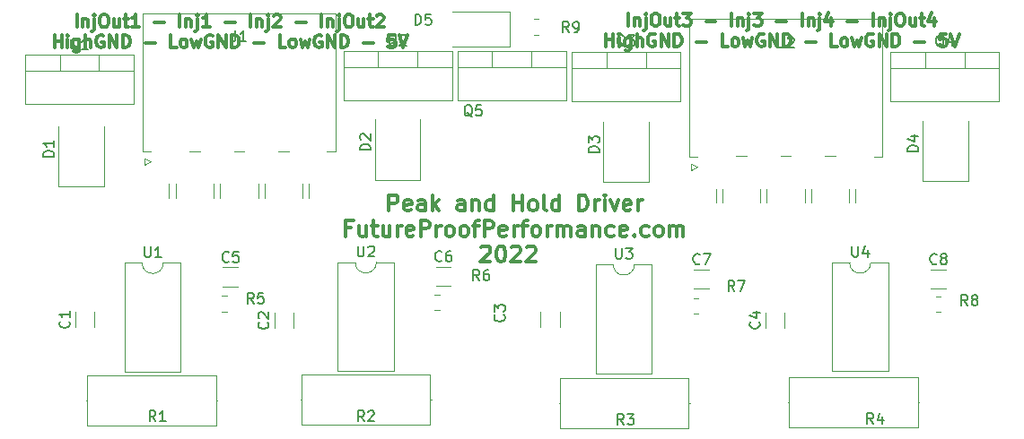
<source format=gbr>
%TF.GenerationSoftware,KiCad,Pcbnew,(6.0.1)*%
%TF.CreationDate,2022-11-02T05:09:56+00:00*%
%TF.ProjectId,Peak-And-Hold,5065616b-2d41-46e6-942d-486f6c642e6b,rev?*%
%TF.SameCoordinates,Original*%
%TF.FileFunction,Legend,Top*%
%TF.FilePolarity,Positive*%
%FSLAX46Y46*%
G04 Gerber Fmt 4.6, Leading zero omitted, Abs format (unit mm)*
G04 Created by KiCad (PCBNEW (6.0.1)) date 2022-11-02 05:09:56*
%MOMM*%
%LPD*%
G01*
G04 APERTURE LIST*
%ADD10C,0.300000*%
%ADD11C,0.150000*%
%ADD12C,0.120000*%
G04 APERTURE END LIST*
D10*
X110952289Y-59896772D02*
X110952289Y-58696772D01*
X111523717Y-59096772D02*
X111523717Y-59896772D01*
X111523717Y-59211057D02*
X111580860Y-59153915D01*
X111695146Y-59096772D01*
X111866574Y-59096772D01*
X111980860Y-59153915D01*
X112038003Y-59268200D01*
X112038003Y-59896772D01*
X112609432Y-59096772D02*
X112609432Y-60125343D01*
X112552289Y-60239629D01*
X112438003Y-60296772D01*
X112380860Y-60296772D01*
X112609432Y-58696772D02*
X112552289Y-58753915D01*
X112609432Y-58811057D01*
X112666574Y-58753915D01*
X112609432Y-58696772D01*
X112609432Y-58811057D01*
X113409432Y-58696772D02*
X113638003Y-58696772D01*
X113752289Y-58753915D01*
X113866574Y-58868200D01*
X113923717Y-59096772D01*
X113923717Y-59496772D01*
X113866574Y-59725343D01*
X113752289Y-59839629D01*
X113638003Y-59896772D01*
X113409432Y-59896772D01*
X113295146Y-59839629D01*
X113180860Y-59725343D01*
X113123717Y-59496772D01*
X113123717Y-59096772D01*
X113180860Y-58868200D01*
X113295146Y-58753915D01*
X113409432Y-58696772D01*
X114952289Y-59096772D02*
X114952289Y-59896772D01*
X114438003Y-59096772D02*
X114438003Y-59725343D01*
X114495146Y-59839629D01*
X114609432Y-59896772D01*
X114780860Y-59896772D01*
X114895146Y-59839629D01*
X114952289Y-59782486D01*
X115352289Y-59096772D02*
X115809432Y-59096772D01*
X115523717Y-58696772D02*
X115523717Y-59725343D01*
X115580860Y-59839629D01*
X115695146Y-59896772D01*
X115809432Y-59896772D01*
X116095146Y-58696772D02*
X116838003Y-58696772D01*
X116438003Y-59153915D01*
X116609432Y-59153915D01*
X116723717Y-59211057D01*
X116780860Y-59268200D01*
X116838003Y-59382486D01*
X116838003Y-59668200D01*
X116780860Y-59782486D01*
X116723717Y-59839629D01*
X116609432Y-59896772D01*
X116266574Y-59896772D01*
X116152289Y-59839629D01*
X116095146Y-59782486D01*
X118266574Y-59439629D02*
X119180860Y-59439629D01*
X120666574Y-59896772D02*
X120666574Y-58696772D01*
X121238003Y-59096772D02*
X121238003Y-59896772D01*
X121238003Y-59211057D02*
X121295146Y-59153915D01*
X121409432Y-59096772D01*
X121580860Y-59096772D01*
X121695146Y-59153915D01*
X121752289Y-59268200D01*
X121752289Y-59896772D01*
X122323717Y-59096772D02*
X122323717Y-60125343D01*
X122266574Y-60239629D01*
X122152289Y-60296772D01*
X122095146Y-60296772D01*
X122323717Y-58696772D02*
X122266574Y-58753915D01*
X122323717Y-58811057D01*
X122380860Y-58753915D01*
X122323717Y-58696772D01*
X122323717Y-58811057D01*
X122780860Y-58696772D02*
X123523717Y-58696772D01*
X123123717Y-59153915D01*
X123295146Y-59153915D01*
X123409432Y-59211057D01*
X123466574Y-59268200D01*
X123523717Y-59382486D01*
X123523717Y-59668200D01*
X123466574Y-59782486D01*
X123409432Y-59839629D01*
X123295146Y-59896772D01*
X122952289Y-59896772D01*
X122838003Y-59839629D01*
X122780860Y-59782486D01*
X124952289Y-59439629D02*
X125866574Y-59439629D01*
X127352289Y-59896772D02*
X127352289Y-58696772D01*
X127923717Y-59096772D02*
X127923717Y-59896772D01*
X127923717Y-59211057D02*
X127980860Y-59153915D01*
X128095146Y-59096772D01*
X128266574Y-59096772D01*
X128380860Y-59153915D01*
X128438003Y-59268200D01*
X128438003Y-59896772D01*
X129009432Y-59096772D02*
X129009432Y-60125343D01*
X128952289Y-60239629D01*
X128838003Y-60296772D01*
X128780860Y-60296772D01*
X129009432Y-58696772D02*
X128952289Y-58753915D01*
X129009432Y-58811057D01*
X129066574Y-58753915D01*
X129009432Y-58696772D01*
X129009432Y-58811057D01*
X130095146Y-59096772D02*
X130095146Y-59896772D01*
X129809432Y-58639629D02*
X129523717Y-59496772D01*
X130266574Y-59496772D01*
X131638003Y-59439629D02*
X132552289Y-59439629D01*
X134038003Y-59896772D02*
X134038003Y-58696772D01*
X134609432Y-59096772D02*
X134609432Y-59896772D01*
X134609432Y-59211057D02*
X134666574Y-59153915D01*
X134780860Y-59096772D01*
X134952289Y-59096772D01*
X135066574Y-59153915D01*
X135123717Y-59268200D01*
X135123717Y-59896772D01*
X135695146Y-59096772D02*
X135695146Y-60125343D01*
X135638003Y-60239629D01*
X135523717Y-60296772D01*
X135466574Y-60296772D01*
X135695146Y-58696772D02*
X135638003Y-58753915D01*
X135695146Y-58811057D01*
X135752289Y-58753915D01*
X135695146Y-58696772D01*
X135695146Y-58811057D01*
X136495146Y-58696772D02*
X136723717Y-58696772D01*
X136838003Y-58753915D01*
X136952289Y-58868200D01*
X137009432Y-59096772D01*
X137009432Y-59496772D01*
X136952289Y-59725343D01*
X136838003Y-59839629D01*
X136723717Y-59896772D01*
X136495146Y-59896772D01*
X136380860Y-59839629D01*
X136266574Y-59725343D01*
X136209432Y-59496772D01*
X136209432Y-59096772D01*
X136266574Y-58868200D01*
X136380860Y-58753915D01*
X136495146Y-58696772D01*
X138038003Y-59096772D02*
X138038003Y-59896772D01*
X137523717Y-59096772D02*
X137523717Y-59725343D01*
X137580860Y-59839629D01*
X137695146Y-59896772D01*
X137866574Y-59896772D01*
X137980860Y-59839629D01*
X138038003Y-59782486D01*
X138438003Y-59096772D02*
X138895146Y-59096772D01*
X138609432Y-58696772D02*
X138609432Y-59725343D01*
X138666574Y-59839629D01*
X138780860Y-59896772D01*
X138895146Y-59896772D01*
X139809432Y-59096772D02*
X139809432Y-59896772D01*
X139523717Y-58639629D02*
X139238003Y-59496772D01*
X139980860Y-59496772D01*
X108838003Y-61828772D02*
X108838003Y-60628772D01*
X108838003Y-61200200D02*
X109523717Y-61200200D01*
X109523717Y-61828772D02*
X109523717Y-60628772D01*
X110095146Y-61828772D02*
X110095146Y-61028772D01*
X110095146Y-60628772D02*
X110038003Y-60685915D01*
X110095146Y-60743057D01*
X110152289Y-60685915D01*
X110095146Y-60628772D01*
X110095146Y-60743057D01*
X111180860Y-61028772D02*
X111180860Y-62000200D01*
X111123717Y-62114486D01*
X111066574Y-62171629D01*
X110952289Y-62228772D01*
X110780860Y-62228772D01*
X110666574Y-62171629D01*
X111180860Y-61771629D02*
X111066574Y-61828772D01*
X110838003Y-61828772D01*
X110723717Y-61771629D01*
X110666574Y-61714486D01*
X110609431Y-61600200D01*
X110609431Y-61257343D01*
X110666574Y-61143057D01*
X110723717Y-61085915D01*
X110838003Y-61028772D01*
X111066574Y-61028772D01*
X111180860Y-61085915D01*
X111752289Y-61828772D02*
X111752289Y-60628772D01*
X112266574Y-61828772D02*
X112266574Y-61200200D01*
X112209431Y-61085915D01*
X112095146Y-61028772D01*
X111923717Y-61028772D01*
X111809431Y-61085915D01*
X111752289Y-61143057D01*
X113466574Y-60685915D02*
X113352289Y-60628772D01*
X113180860Y-60628772D01*
X113009431Y-60685915D01*
X112895146Y-60800200D01*
X112838003Y-60914486D01*
X112780860Y-61143057D01*
X112780860Y-61314486D01*
X112838003Y-61543057D01*
X112895146Y-61657343D01*
X113009431Y-61771629D01*
X113180860Y-61828772D01*
X113295146Y-61828772D01*
X113466574Y-61771629D01*
X113523717Y-61714486D01*
X113523717Y-61314486D01*
X113295146Y-61314486D01*
X114038003Y-61828772D02*
X114038003Y-60628772D01*
X114723717Y-61828772D01*
X114723717Y-60628772D01*
X115295146Y-61828772D02*
X115295146Y-60628772D01*
X115580860Y-60628772D01*
X115752289Y-60685915D01*
X115866574Y-60800200D01*
X115923717Y-60914486D01*
X115980860Y-61143057D01*
X115980860Y-61314486D01*
X115923717Y-61543057D01*
X115866574Y-61657343D01*
X115752289Y-61771629D01*
X115580860Y-61828772D01*
X115295146Y-61828772D01*
X117409431Y-61371629D02*
X118323717Y-61371629D01*
X120380860Y-61828772D02*
X119809431Y-61828772D01*
X119809431Y-60628772D01*
X120952289Y-61828772D02*
X120838003Y-61771629D01*
X120780860Y-61714486D01*
X120723717Y-61600200D01*
X120723717Y-61257343D01*
X120780860Y-61143057D01*
X120838003Y-61085915D01*
X120952289Y-61028772D01*
X121123717Y-61028772D01*
X121238003Y-61085915D01*
X121295146Y-61143057D01*
X121352289Y-61257343D01*
X121352289Y-61600200D01*
X121295146Y-61714486D01*
X121238003Y-61771629D01*
X121123717Y-61828772D01*
X120952289Y-61828772D01*
X121752289Y-61028772D02*
X121980860Y-61828772D01*
X122209431Y-61257343D01*
X122438003Y-61828772D01*
X122666574Y-61028772D01*
X123752289Y-60685915D02*
X123638003Y-60628772D01*
X123466574Y-60628772D01*
X123295146Y-60685915D01*
X123180860Y-60800200D01*
X123123717Y-60914486D01*
X123066574Y-61143057D01*
X123066574Y-61314486D01*
X123123717Y-61543057D01*
X123180860Y-61657343D01*
X123295146Y-61771629D01*
X123466574Y-61828772D01*
X123580860Y-61828772D01*
X123752289Y-61771629D01*
X123809431Y-61714486D01*
X123809431Y-61314486D01*
X123580860Y-61314486D01*
X124323717Y-61828772D02*
X124323717Y-60628772D01*
X125009431Y-61828772D01*
X125009431Y-60628772D01*
X125580860Y-61828772D02*
X125580860Y-60628772D01*
X125866574Y-60628772D01*
X126038003Y-60685915D01*
X126152289Y-60800200D01*
X126209431Y-60914486D01*
X126266574Y-61143057D01*
X126266574Y-61314486D01*
X126209431Y-61543057D01*
X126152289Y-61657343D01*
X126038003Y-61771629D01*
X125866574Y-61828772D01*
X125580860Y-61828772D01*
X127695146Y-61371629D02*
X128609431Y-61371629D01*
X130666574Y-61828772D02*
X130095146Y-61828772D01*
X130095146Y-60628772D01*
X131238003Y-61828772D02*
X131123717Y-61771629D01*
X131066574Y-61714486D01*
X131009431Y-61600200D01*
X131009431Y-61257343D01*
X131066574Y-61143057D01*
X131123717Y-61085915D01*
X131238003Y-61028772D01*
X131409431Y-61028772D01*
X131523717Y-61085915D01*
X131580860Y-61143057D01*
X131638003Y-61257343D01*
X131638003Y-61600200D01*
X131580860Y-61714486D01*
X131523717Y-61771629D01*
X131409431Y-61828772D01*
X131238003Y-61828772D01*
X132038003Y-61028772D02*
X132266574Y-61828772D01*
X132495146Y-61257343D01*
X132723717Y-61828772D01*
X132952289Y-61028772D01*
X134038003Y-60685915D02*
X133923717Y-60628772D01*
X133752289Y-60628772D01*
X133580860Y-60685915D01*
X133466574Y-60800200D01*
X133409431Y-60914486D01*
X133352289Y-61143057D01*
X133352289Y-61314486D01*
X133409431Y-61543057D01*
X133466574Y-61657343D01*
X133580860Y-61771629D01*
X133752289Y-61828772D01*
X133866574Y-61828772D01*
X134038003Y-61771629D01*
X134095146Y-61714486D01*
X134095146Y-61314486D01*
X133866574Y-61314486D01*
X134609432Y-61828772D02*
X134609432Y-60628772D01*
X135295146Y-61828772D01*
X135295146Y-60628772D01*
X135866574Y-61828772D02*
X135866574Y-60628772D01*
X136152289Y-60628772D01*
X136323717Y-60685915D01*
X136438003Y-60800200D01*
X136495146Y-60914486D01*
X136552289Y-61143057D01*
X136552289Y-61314486D01*
X136495146Y-61543057D01*
X136438003Y-61657343D01*
X136323717Y-61771629D01*
X136152289Y-61828772D01*
X135866574Y-61828772D01*
X137980860Y-61371629D02*
X138895146Y-61371629D01*
X140952289Y-60628772D02*
X140380860Y-60628772D01*
X140323717Y-61200200D01*
X140380860Y-61143057D01*
X140495146Y-61085915D01*
X140780860Y-61085915D01*
X140895146Y-61143057D01*
X140952289Y-61200200D01*
X141009432Y-61314486D01*
X141009432Y-61600200D01*
X140952289Y-61714486D01*
X140895146Y-61771629D01*
X140780860Y-61828772D01*
X140495146Y-61828772D01*
X140380860Y-61771629D01*
X140323717Y-61714486D01*
X141352289Y-60628772D02*
X141752289Y-61828772D01*
X142152289Y-60628772D01*
X58918336Y-60001267D02*
X58918336Y-58801267D01*
X59489764Y-59201267D02*
X59489764Y-60001267D01*
X59489764Y-59315552D02*
X59546907Y-59258410D01*
X59661193Y-59201267D01*
X59832621Y-59201267D01*
X59946907Y-59258410D01*
X60004050Y-59372695D01*
X60004050Y-60001267D01*
X60575479Y-59201267D02*
X60575479Y-60229838D01*
X60518336Y-60344124D01*
X60404050Y-60401267D01*
X60346907Y-60401267D01*
X60575479Y-58801267D02*
X60518336Y-58858410D01*
X60575479Y-58915552D01*
X60632621Y-58858410D01*
X60575479Y-58801267D01*
X60575479Y-58915552D01*
X61375479Y-58801267D02*
X61604050Y-58801267D01*
X61718336Y-58858410D01*
X61832621Y-58972695D01*
X61889764Y-59201267D01*
X61889764Y-59601267D01*
X61832621Y-59829838D01*
X61718336Y-59944124D01*
X61604050Y-60001267D01*
X61375479Y-60001267D01*
X61261193Y-59944124D01*
X61146907Y-59829838D01*
X61089764Y-59601267D01*
X61089764Y-59201267D01*
X61146907Y-58972695D01*
X61261193Y-58858410D01*
X61375479Y-58801267D01*
X62918336Y-59201267D02*
X62918336Y-60001267D01*
X62404050Y-59201267D02*
X62404050Y-59829838D01*
X62461193Y-59944124D01*
X62575479Y-60001267D01*
X62746907Y-60001267D01*
X62861193Y-59944124D01*
X62918336Y-59886981D01*
X63318336Y-59201267D02*
X63775479Y-59201267D01*
X63489764Y-58801267D02*
X63489764Y-59829838D01*
X63546907Y-59944124D01*
X63661193Y-60001267D01*
X63775479Y-60001267D01*
X64804050Y-60001267D02*
X64118336Y-60001267D01*
X64461193Y-60001267D02*
X64461193Y-58801267D01*
X64346907Y-58972695D01*
X64232621Y-59086981D01*
X64118336Y-59144124D01*
X66232621Y-59544124D02*
X67146907Y-59544124D01*
X68632621Y-60001267D02*
X68632621Y-58801267D01*
X69204050Y-59201267D02*
X69204050Y-60001267D01*
X69204050Y-59315552D02*
X69261193Y-59258410D01*
X69375479Y-59201267D01*
X69546907Y-59201267D01*
X69661193Y-59258410D01*
X69718336Y-59372695D01*
X69718336Y-60001267D01*
X70289764Y-59201267D02*
X70289764Y-60229838D01*
X70232621Y-60344124D01*
X70118336Y-60401267D01*
X70061193Y-60401267D01*
X70289764Y-58801267D02*
X70232621Y-58858410D01*
X70289764Y-58915552D01*
X70346907Y-58858410D01*
X70289764Y-58801267D01*
X70289764Y-58915552D01*
X71489764Y-60001267D02*
X70804050Y-60001267D01*
X71146907Y-60001267D02*
X71146907Y-58801267D01*
X71032621Y-58972695D01*
X70918336Y-59086981D01*
X70804050Y-59144124D01*
X72918336Y-59544124D02*
X73832621Y-59544124D01*
X75318336Y-60001267D02*
X75318336Y-58801267D01*
X75889764Y-59201267D02*
X75889764Y-60001267D01*
X75889764Y-59315552D02*
X75946907Y-59258410D01*
X76061193Y-59201267D01*
X76232621Y-59201267D01*
X76346907Y-59258410D01*
X76404050Y-59372695D01*
X76404050Y-60001267D01*
X76975479Y-59201267D02*
X76975479Y-60229838D01*
X76918336Y-60344124D01*
X76804050Y-60401267D01*
X76746907Y-60401267D01*
X76975479Y-58801267D02*
X76918336Y-58858410D01*
X76975479Y-58915552D01*
X77032621Y-58858410D01*
X76975479Y-58801267D01*
X76975479Y-58915552D01*
X77489764Y-58915552D02*
X77546907Y-58858410D01*
X77661193Y-58801267D01*
X77946907Y-58801267D01*
X78061193Y-58858410D01*
X78118336Y-58915552D01*
X78175479Y-59029838D01*
X78175479Y-59144124D01*
X78118336Y-59315552D01*
X77432621Y-60001267D01*
X78175479Y-60001267D01*
X79604050Y-59544124D02*
X80518336Y-59544124D01*
X82004050Y-60001267D02*
X82004050Y-58801267D01*
X82575479Y-59201267D02*
X82575479Y-60001267D01*
X82575479Y-59315552D02*
X82632621Y-59258410D01*
X82746907Y-59201267D01*
X82918336Y-59201267D01*
X83032621Y-59258410D01*
X83089764Y-59372695D01*
X83089764Y-60001267D01*
X83661193Y-59201267D02*
X83661193Y-60229838D01*
X83604050Y-60344124D01*
X83489764Y-60401267D01*
X83432621Y-60401267D01*
X83661193Y-58801267D02*
X83604050Y-58858410D01*
X83661193Y-58915552D01*
X83718336Y-58858410D01*
X83661193Y-58801267D01*
X83661193Y-58915552D01*
X84461193Y-58801267D02*
X84689764Y-58801267D01*
X84804050Y-58858410D01*
X84918336Y-58972695D01*
X84975479Y-59201267D01*
X84975479Y-59601267D01*
X84918336Y-59829838D01*
X84804050Y-59944124D01*
X84689764Y-60001267D01*
X84461193Y-60001267D01*
X84346907Y-59944124D01*
X84232621Y-59829838D01*
X84175479Y-59601267D01*
X84175479Y-59201267D01*
X84232621Y-58972695D01*
X84346907Y-58858410D01*
X84461193Y-58801267D01*
X86004050Y-59201267D02*
X86004050Y-60001267D01*
X85489764Y-59201267D02*
X85489764Y-59829838D01*
X85546907Y-59944124D01*
X85661193Y-60001267D01*
X85832621Y-60001267D01*
X85946907Y-59944124D01*
X86004050Y-59886981D01*
X86404050Y-59201267D02*
X86861193Y-59201267D01*
X86575479Y-58801267D02*
X86575479Y-59829838D01*
X86632621Y-59944124D01*
X86746907Y-60001267D01*
X86861193Y-60001267D01*
X87204050Y-58915552D02*
X87261193Y-58858410D01*
X87375479Y-58801267D01*
X87661193Y-58801267D01*
X87775479Y-58858410D01*
X87832621Y-58915552D01*
X87889764Y-59029838D01*
X87889764Y-59144124D01*
X87832621Y-59315552D01*
X87146907Y-60001267D01*
X87889764Y-60001267D01*
X56804050Y-61933267D02*
X56804050Y-60733267D01*
X56804050Y-61304695D02*
X57489764Y-61304695D01*
X57489764Y-61933267D02*
X57489764Y-60733267D01*
X58061193Y-61933267D02*
X58061193Y-61133267D01*
X58061193Y-60733267D02*
X58004050Y-60790410D01*
X58061193Y-60847552D01*
X58118336Y-60790410D01*
X58061193Y-60733267D01*
X58061193Y-60847552D01*
X59146907Y-61133267D02*
X59146907Y-62104695D01*
X59089764Y-62218981D01*
X59032621Y-62276124D01*
X58918336Y-62333267D01*
X58746907Y-62333267D01*
X58632621Y-62276124D01*
X59146907Y-61876124D02*
X59032621Y-61933267D01*
X58804050Y-61933267D01*
X58689764Y-61876124D01*
X58632621Y-61818981D01*
X58575479Y-61704695D01*
X58575479Y-61361838D01*
X58632621Y-61247552D01*
X58689764Y-61190410D01*
X58804050Y-61133267D01*
X59032621Y-61133267D01*
X59146907Y-61190410D01*
X59718336Y-61933267D02*
X59718336Y-60733267D01*
X60232621Y-61933267D02*
X60232621Y-61304695D01*
X60175479Y-61190410D01*
X60061193Y-61133267D01*
X59889764Y-61133267D01*
X59775479Y-61190410D01*
X59718336Y-61247552D01*
X61432621Y-60790410D02*
X61318336Y-60733267D01*
X61146907Y-60733267D01*
X60975479Y-60790410D01*
X60861193Y-60904695D01*
X60804050Y-61018981D01*
X60746907Y-61247552D01*
X60746907Y-61418981D01*
X60804050Y-61647552D01*
X60861193Y-61761838D01*
X60975479Y-61876124D01*
X61146907Y-61933267D01*
X61261193Y-61933267D01*
X61432621Y-61876124D01*
X61489764Y-61818981D01*
X61489764Y-61418981D01*
X61261193Y-61418981D01*
X62004050Y-61933267D02*
X62004050Y-60733267D01*
X62689764Y-61933267D01*
X62689764Y-60733267D01*
X63261193Y-61933267D02*
X63261193Y-60733267D01*
X63546907Y-60733267D01*
X63718336Y-60790410D01*
X63832621Y-60904695D01*
X63889764Y-61018981D01*
X63946907Y-61247552D01*
X63946907Y-61418981D01*
X63889764Y-61647552D01*
X63832621Y-61761838D01*
X63718336Y-61876124D01*
X63546907Y-61933267D01*
X63261193Y-61933267D01*
X65375479Y-61476124D02*
X66289764Y-61476124D01*
X68346907Y-61933267D02*
X67775479Y-61933267D01*
X67775479Y-60733267D01*
X68918336Y-61933267D02*
X68804050Y-61876124D01*
X68746907Y-61818981D01*
X68689764Y-61704695D01*
X68689764Y-61361838D01*
X68746907Y-61247552D01*
X68804050Y-61190410D01*
X68918336Y-61133267D01*
X69089764Y-61133267D01*
X69204050Y-61190410D01*
X69261193Y-61247552D01*
X69318336Y-61361838D01*
X69318336Y-61704695D01*
X69261193Y-61818981D01*
X69204050Y-61876124D01*
X69089764Y-61933267D01*
X68918336Y-61933267D01*
X69718336Y-61133267D02*
X69946907Y-61933267D01*
X70175479Y-61361838D01*
X70404050Y-61933267D01*
X70632621Y-61133267D01*
X71718336Y-60790410D02*
X71604050Y-60733267D01*
X71432621Y-60733267D01*
X71261193Y-60790410D01*
X71146907Y-60904695D01*
X71089764Y-61018981D01*
X71032621Y-61247552D01*
X71032621Y-61418981D01*
X71089764Y-61647552D01*
X71146907Y-61761838D01*
X71261193Y-61876124D01*
X71432621Y-61933267D01*
X71546907Y-61933267D01*
X71718336Y-61876124D01*
X71775479Y-61818981D01*
X71775479Y-61418981D01*
X71546907Y-61418981D01*
X72289764Y-61933267D02*
X72289764Y-60733267D01*
X72975479Y-61933267D01*
X72975479Y-60733267D01*
X73546907Y-61933267D02*
X73546907Y-60733267D01*
X73832621Y-60733267D01*
X74004050Y-60790410D01*
X74118336Y-60904695D01*
X74175479Y-61018981D01*
X74232621Y-61247552D01*
X74232621Y-61418981D01*
X74175479Y-61647552D01*
X74118336Y-61761838D01*
X74004050Y-61876124D01*
X73832621Y-61933267D01*
X73546907Y-61933267D01*
X75661193Y-61476124D02*
X76575479Y-61476124D01*
X78632621Y-61933267D02*
X78061193Y-61933267D01*
X78061193Y-60733267D01*
X79204050Y-61933267D02*
X79089764Y-61876124D01*
X79032621Y-61818981D01*
X78975479Y-61704695D01*
X78975479Y-61361838D01*
X79032621Y-61247552D01*
X79089764Y-61190410D01*
X79204050Y-61133267D01*
X79375479Y-61133267D01*
X79489764Y-61190410D01*
X79546907Y-61247552D01*
X79604050Y-61361838D01*
X79604050Y-61704695D01*
X79546907Y-61818981D01*
X79489764Y-61876124D01*
X79375479Y-61933267D01*
X79204050Y-61933267D01*
X80004050Y-61133267D02*
X80232621Y-61933267D01*
X80461193Y-61361838D01*
X80689764Y-61933267D01*
X80918336Y-61133267D01*
X82004050Y-60790410D02*
X81889764Y-60733267D01*
X81718336Y-60733267D01*
X81546907Y-60790410D01*
X81432621Y-60904695D01*
X81375479Y-61018981D01*
X81318336Y-61247552D01*
X81318336Y-61418981D01*
X81375479Y-61647552D01*
X81432621Y-61761838D01*
X81546907Y-61876124D01*
X81718336Y-61933267D01*
X81832621Y-61933267D01*
X82004050Y-61876124D01*
X82061193Y-61818981D01*
X82061193Y-61418981D01*
X81832621Y-61418981D01*
X82575479Y-61933267D02*
X82575479Y-60733267D01*
X83261193Y-61933267D01*
X83261193Y-60733267D01*
X83832621Y-61933267D02*
X83832621Y-60733267D01*
X84118336Y-60733267D01*
X84289764Y-60790410D01*
X84404050Y-60904695D01*
X84461193Y-61018981D01*
X84518336Y-61247552D01*
X84518336Y-61418981D01*
X84461193Y-61647552D01*
X84404050Y-61761838D01*
X84289764Y-61876124D01*
X84118336Y-61933267D01*
X83832621Y-61933267D01*
X85946907Y-61476124D02*
X86861193Y-61476124D01*
X88918336Y-60733267D02*
X88346907Y-60733267D01*
X88289764Y-61304695D01*
X88346907Y-61247552D01*
X88461193Y-61190410D01*
X88746907Y-61190410D01*
X88861193Y-61247552D01*
X88918336Y-61304695D01*
X88975479Y-61418981D01*
X88975479Y-61704695D01*
X88918336Y-61818981D01*
X88861193Y-61876124D01*
X88746907Y-61933267D01*
X88461193Y-61933267D01*
X88346907Y-61876124D01*
X88289764Y-61818981D01*
X89318336Y-60733267D02*
X89718336Y-61933267D01*
X90118336Y-60733267D01*
X88361980Y-77350859D02*
X88361980Y-75850859D01*
X88933408Y-75850859D01*
X89076265Y-75922288D01*
X89147694Y-75993716D01*
X89219123Y-76136573D01*
X89219123Y-76350859D01*
X89147694Y-76493716D01*
X89076265Y-76565145D01*
X88933408Y-76636573D01*
X88361980Y-76636573D01*
X90433408Y-77279430D02*
X90290551Y-77350859D01*
X90004837Y-77350859D01*
X89861980Y-77279430D01*
X89790551Y-77136573D01*
X89790551Y-76565145D01*
X89861980Y-76422288D01*
X90004837Y-76350859D01*
X90290551Y-76350859D01*
X90433408Y-76422288D01*
X90504837Y-76565145D01*
X90504837Y-76708002D01*
X89790551Y-76850859D01*
X91790551Y-77350859D02*
X91790551Y-76565145D01*
X91719123Y-76422288D01*
X91576265Y-76350859D01*
X91290551Y-76350859D01*
X91147694Y-76422288D01*
X91790551Y-77279430D02*
X91647694Y-77350859D01*
X91290551Y-77350859D01*
X91147694Y-77279430D01*
X91076265Y-77136573D01*
X91076265Y-76993716D01*
X91147694Y-76850859D01*
X91290551Y-76779430D01*
X91647694Y-76779430D01*
X91790551Y-76708002D01*
X92504837Y-77350859D02*
X92504837Y-75850859D01*
X92647694Y-76779430D02*
X93076265Y-77350859D01*
X93076265Y-76350859D02*
X92504837Y-76922288D01*
X95504837Y-77350859D02*
X95504837Y-76565145D01*
X95433408Y-76422288D01*
X95290551Y-76350859D01*
X95004837Y-76350859D01*
X94861980Y-76422288D01*
X95504837Y-77279430D02*
X95361980Y-77350859D01*
X95004837Y-77350859D01*
X94861980Y-77279430D01*
X94790551Y-77136573D01*
X94790551Y-76993716D01*
X94861980Y-76850859D01*
X95004837Y-76779430D01*
X95361980Y-76779430D01*
X95504837Y-76708002D01*
X96219123Y-76350859D02*
X96219123Y-77350859D01*
X96219123Y-76493716D02*
X96290551Y-76422288D01*
X96433408Y-76350859D01*
X96647694Y-76350859D01*
X96790551Y-76422288D01*
X96861980Y-76565145D01*
X96861980Y-77350859D01*
X98219123Y-77350859D02*
X98219123Y-75850859D01*
X98219123Y-77279430D02*
X98076265Y-77350859D01*
X97790551Y-77350859D01*
X97647694Y-77279430D01*
X97576265Y-77208002D01*
X97504837Y-77065145D01*
X97504837Y-76636573D01*
X97576265Y-76493716D01*
X97647694Y-76422288D01*
X97790551Y-76350859D01*
X98076265Y-76350859D01*
X98219123Y-76422288D01*
X100076265Y-77350859D02*
X100076265Y-75850859D01*
X100076265Y-76565145D02*
X100933408Y-76565145D01*
X100933408Y-77350859D02*
X100933408Y-75850859D01*
X101861980Y-77350859D02*
X101719123Y-77279430D01*
X101647694Y-77208002D01*
X101576265Y-77065145D01*
X101576265Y-76636573D01*
X101647694Y-76493716D01*
X101719123Y-76422288D01*
X101861980Y-76350859D01*
X102076265Y-76350859D01*
X102219123Y-76422288D01*
X102290551Y-76493716D01*
X102361980Y-76636573D01*
X102361980Y-77065145D01*
X102290551Y-77208002D01*
X102219123Y-77279430D01*
X102076265Y-77350859D01*
X101861980Y-77350859D01*
X103219123Y-77350859D02*
X103076265Y-77279430D01*
X103004837Y-77136573D01*
X103004837Y-75850859D01*
X104433408Y-77350859D02*
X104433408Y-75850859D01*
X104433408Y-77279430D02*
X104290551Y-77350859D01*
X104004837Y-77350859D01*
X103861980Y-77279430D01*
X103790551Y-77208002D01*
X103719123Y-77065145D01*
X103719123Y-76636573D01*
X103790551Y-76493716D01*
X103861980Y-76422288D01*
X104004837Y-76350859D01*
X104290551Y-76350859D01*
X104433408Y-76422288D01*
X106290551Y-77350859D02*
X106290551Y-75850859D01*
X106647694Y-75850859D01*
X106861980Y-75922288D01*
X107004837Y-76065145D01*
X107076265Y-76208002D01*
X107147694Y-76493716D01*
X107147694Y-76708002D01*
X107076265Y-76993716D01*
X107004837Y-77136573D01*
X106861980Y-77279430D01*
X106647694Y-77350859D01*
X106290551Y-77350859D01*
X107790551Y-77350859D02*
X107790551Y-76350859D01*
X107790551Y-76636573D02*
X107861980Y-76493716D01*
X107933408Y-76422288D01*
X108076265Y-76350859D01*
X108219123Y-76350859D01*
X108719123Y-77350859D02*
X108719123Y-76350859D01*
X108719123Y-75850859D02*
X108647694Y-75922288D01*
X108719123Y-75993716D01*
X108790551Y-75922288D01*
X108719123Y-75850859D01*
X108719123Y-75993716D01*
X109290551Y-76350859D02*
X109647694Y-77350859D01*
X110004837Y-76350859D01*
X111147694Y-77279430D02*
X111004837Y-77350859D01*
X110719123Y-77350859D01*
X110576265Y-77279430D01*
X110504837Y-77136573D01*
X110504837Y-76565145D01*
X110576265Y-76422288D01*
X110719123Y-76350859D01*
X111004837Y-76350859D01*
X111147694Y-76422288D01*
X111219123Y-76565145D01*
X111219123Y-76708002D01*
X110504837Y-76850859D01*
X111861980Y-77350859D02*
X111861980Y-76350859D01*
X111861980Y-76636573D02*
X111933408Y-76493716D01*
X112004837Y-76422288D01*
X112147694Y-76350859D01*
X112290551Y-76350859D01*
X84790551Y-78980145D02*
X84290551Y-78980145D01*
X84290551Y-79765859D02*
X84290551Y-78265859D01*
X85004837Y-78265859D01*
X86219123Y-78765859D02*
X86219123Y-79765859D01*
X85576265Y-78765859D02*
X85576265Y-79551573D01*
X85647694Y-79694430D01*
X85790551Y-79765859D01*
X86004837Y-79765859D01*
X86147694Y-79694430D01*
X86219123Y-79623002D01*
X86719123Y-78765859D02*
X87290551Y-78765859D01*
X86933408Y-78265859D02*
X86933408Y-79551573D01*
X87004837Y-79694430D01*
X87147694Y-79765859D01*
X87290551Y-79765859D01*
X88433408Y-78765859D02*
X88433408Y-79765859D01*
X87790551Y-78765859D02*
X87790551Y-79551573D01*
X87861980Y-79694430D01*
X88004837Y-79765859D01*
X88219123Y-79765859D01*
X88361980Y-79694430D01*
X88433408Y-79623002D01*
X89147694Y-79765859D02*
X89147694Y-78765859D01*
X89147694Y-79051573D02*
X89219123Y-78908716D01*
X89290551Y-78837288D01*
X89433408Y-78765859D01*
X89576265Y-78765859D01*
X90647694Y-79694430D02*
X90504837Y-79765859D01*
X90219123Y-79765859D01*
X90076265Y-79694430D01*
X90004837Y-79551573D01*
X90004837Y-78980145D01*
X90076265Y-78837288D01*
X90219123Y-78765859D01*
X90504837Y-78765859D01*
X90647694Y-78837288D01*
X90719123Y-78980145D01*
X90719123Y-79123002D01*
X90004837Y-79265859D01*
X91361980Y-79765859D02*
X91361980Y-78265859D01*
X91933408Y-78265859D01*
X92076265Y-78337288D01*
X92147694Y-78408716D01*
X92219123Y-78551573D01*
X92219123Y-78765859D01*
X92147694Y-78908716D01*
X92076265Y-78980145D01*
X91933408Y-79051573D01*
X91361980Y-79051573D01*
X92861980Y-79765859D02*
X92861980Y-78765859D01*
X92861980Y-79051573D02*
X92933408Y-78908716D01*
X93004837Y-78837288D01*
X93147694Y-78765859D01*
X93290551Y-78765859D01*
X94004837Y-79765859D02*
X93861980Y-79694430D01*
X93790551Y-79623002D01*
X93719123Y-79480145D01*
X93719123Y-79051573D01*
X93790551Y-78908716D01*
X93861980Y-78837288D01*
X94004837Y-78765859D01*
X94219123Y-78765859D01*
X94361980Y-78837288D01*
X94433408Y-78908716D01*
X94504837Y-79051573D01*
X94504837Y-79480145D01*
X94433408Y-79623002D01*
X94361980Y-79694430D01*
X94219123Y-79765859D01*
X94004837Y-79765859D01*
X95361980Y-79765859D02*
X95219123Y-79694430D01*
X95147694Y-79623002D01*
X95076265Y-79480145D01*
X95076265Y-79051573D01*
X95147694Y-78908716D01*
X95219123Y-78837288D01*
X95361980Y-78765859D01*
X95576265Y-78765859D01*
X95719123Y-78837288D01*
X95790551Y-78908716D01*
X95861980Y-79051573D01*
X95861980Y-79480145D01*
X95790551Y-79623002D01*
X95719123Y-79694430D01*
X95576265Y-79765859D01*
X95361980Y-79765859D01*
X96290551Y-78765859D02*
X96861980Y-78765859D01*
X96504837Y-79765859D02*
X96504837Y-78480145D01*
X96576265Y-78337288D01*
X96719123Y-78265859D01*
X96861980Y-78265859D01*
X97361980Y-79765859D02*
X97361980Y-78265859D01*
X97933408Y-78265859D01*
X98076265Y-78337288D01*
X98147694Y-78408716D01*
X98219123Y-78551573D01*
X98219123Y-78765859D01*
X98147694Y-78908716D01*
X98076265Y-78980145D01*
X97933408Y-79051573D01*
X97361980Y-79051573D01*
X99433408Y-79694430D02*
X99290551Y-79765859D01*
X99004837Y-79765859D01*
X98861980Y-79694430D01*
X98790551Y-79551573D01*
X98790551Y-78980145D01*
X98861980Y-78837288D01*
X99004837Y-78765859D01*
X99290551Y-78765859D01*
X99433408Y-78837288D01*
X99504837Y-78980145D01*
X99504837Y-79123002D01*
X98790551Y-79265859D01*
X100147694Y-79765859D02*
X100147694Y-78765859D01*
X100147694Y-79051573D02*
X100219123Y-78908716D01*
X100290551Y-78837288D01*
X100433408Y-78765859D01*
X100576265Y-78765859D01*
X100861980Y-78765859D02*
X101433408Y-78765859D01*
X101076265Y-79765859D02*
X101076265Y-78480145D01*
X101147694Y-78337288D01*
X101290551Y-78265859D01*
X101433408Y-78265859D01*
X102147694Y-79765859D02*
X102004837Y-79694430D01*
X101933408Y-79623002D01*
X101861980Y-79480145D01*
X101861980Y-79051573D01*
X101933408Y-78908716D01*
X102004837Y-78837288D01*
X102147694Y-78765859D01*
X102361980Y-78765859D01*
X102504837Y-78837288D01*
X102576265Y-78908716D01*
X102647694Y-79051573D01*
X102647694Y-79480145D01*
X102576265Y-79623002D01*
X102504837Y-79694430D01*
X102361980Y-79765859D01*
X102147694Y-79765859D01*
X103290551Y-79765859D02*
X103290551Y-78765859D01*
X103290551Y-79051573D02*
X103361980Y-78908716D01*
X103433408Y-78837288D01*
X103576265Y-78765859D01*
X103719123Y-78765859D01*
X104219123Y-79765859D02*
X104219123Y-78765859D01*
X104219123Y-78908716D02*
X104290551Y-78837288D01*
X104433408Y-78765859D01*
X104647694Y-78765859D01*
X104790551Y-78837288D01*
X104861980Y-78980145D01*
X104861980Y-79765859D01*
X104861980Y-78980145D02*
X104933408Y-78837288D01*
X105076265Y-78765859D01*
X105290551Y-78765859D01*
X105433408Y-78837288D01*
X105504837Y-78980145D01*
X105504837Y-79765859D01*
X106861980Y-79765859D02*
X106861980Y-78980145D01*
X106790551Y-78837288D01*
X106647694Y-78765859D01*
X106361980Y-78765859D01*
X106219123Y-78837288D01*
X106861980Y-79694430D02*
X106719123Y-79765859D01*
X106361980Y-79765859D01*
X106219123Y-79694430D01*
X106147694Y-79551573D01*
X106147694Y-79408716D01*
X106219123Y-79265859D01*
X106361980Y-79194430D01*
X106719123Y-79194430D01*
X106861980Y-79123002D01*
X107576265Y-78765859D02*
X107576265Y-79765859D01*
X107576265Y-78908716D02*
X107647694Y-78837288D01*
X107790551Y-78765859D01*
X108004837Y-78765859D01*
X108147694Y-78837288D01*
X108219123Y-78980145D01*
X108219123Y-79765859D01*
X109576265Y-79694430D02*
X109433408Y-79765859D01*
X109147694Y-79765859D01*
X109004837Y-79694430D01*
X108933408Y-79623002D01*
X108861980Y-79480145D01*
X108861980Y-79051573D01*
X108933408Y-78908716D01*
X109004837Y-78837288D01*
X109147694Y-78765859D01*
X109433408Y-78765859D01*
X109576265Y-78837288D01*
X110790551Y-79694430D02*
X110647694Y-79765859D01*
X110361980Y-79765859D01*
X110219123Y-79694430D01*
X110147694Y-79551573D01*
X110147694Y-78980145D01*
X110219123Y-78837288D01*
X110361980Y-78765859D01*
X110647694Y-78765859D01*
X110790551Y-78837288D01*
X110861980Y-78980145D01*
X110861980Y-79123002D01*
X110147694Y-79265859D01*
X111504837Y-79623002D02*
X111576265Y-79694430D01*
X111504837Y-79765859D01*
X111433408Y-79694430D01*
X111504837Y-79623002D01*
X111504837Y-79765859D01*
X112861980Y-79694430D02*
X112719123Y-79765859D01*
X112433408Y-79765859D01*
X112290551Y-79694430D01*
X112219123Y-79623002D01*
X112147694Y-79480145D01*
X112147694Y-79051573D01*
X112219123Y-78908716D01*
X112290551Y-78837288D01*
X112433408Y-78765859D01*
X112719123Y-78765859D01*
X112861980Y-78837288D01*
X113719123Y-79765859D02*
X113576265Y-79694430D01*
X113504837Y-79623002D01*
X113433408Y-79480145D01*
X113433408Y-79051573D01*
X113504837Y-78908716D01*
X113576265Y-78837288D01*
X113719123Y-78765859D01*
X113933408Y-78765859D01*
X114076265Y-78837288D01*
X114147694Y-78908716D01*
X114219123Y-79051573D01*
X114219123Y-79480145D01*
X114147694Y-79623002D01*
X114076265Y-79694430D01*
X113933408Y-79765859D01*
X113719123Y-79765859D01*
X114861980Y-79765859D02*
X114861980Y-78765859D01*
X114861980Y-78908716D02*
X114933408Y-78837288D01*
X115076265Y-78765859D01*
X115290551Y-78765859D01*
X115433408Y-78837288D01*
X115504837Y-78980145D01*
X115504837Y-79765859D01*
X115504837Y-78980145D02*
X115576265Y-78837288D01*
X115719123Y-78765859D01*
X115933408Y-78765859D01*
X116076265Y-78837288D01*
X116147694Y-78980145D01*
X116147694Y-79765859D01*
X97076265Y-80823716D02*
X97147694Y-80752288D01*
X97290551Y-80680859D01*
X97647694Y-80680859D01*
X97790551Y-80752288D01*
X97861980Y-80823716D01*
X97933408Y-80966573D01*
X97933408Y-81109430D01*
X97861980Y-81323716D01*
X97004837Y-82180859D01*
X97933408Y-82180859D01*
X98861980Y-80680859D02*
X99004837Y-80680859D01*
X99147694Y-80752288D01*
X99219123Y-80823716D01*
X99290551Y-80966573D01*
X99361980Y-81252288D01*
X99361980Y-81609430D01*
X99290551Y-81895145D01*
X99219123Y-82038002D01*
X99147694Y-82109430D01*
X99004837Y-82180859D01*
X98861980Y-82180859D01*
X98719123Y-82109430D01*
X98647694Y-82038002D01*
X98576265Y-81895145D01*
X98504837Y-81609430D01*
X98504837Y-81252288D01*
X98576265Y-80966573D01*
X98647694Y-80823716D01*
X98719123Y-80752288D01*
X98861980Y-80680859D01*
X99933408Y-80823716D02*
X100004837Y-80752288D01*
X100147694Y-80680859D01*
X100504837Y-80680859D01*
X100647694Y-80752288D01*
X100719123Y-80823716D01*
X100790551Y-80966573D01*
X100790551Y-81109430D01*
X100719123Y-81323716D01*
X99861980Y-82180859D01*
X100790551Y-82180859D01*
X101361980Y-80823716D02*
X101433408Y-80752288D01*
X101576265Y-80680859D01*
X101933408Y-80680859D01*
X102076265Y-80752288D01*
X102147694Y-80823716D01*
X102219123Y-80966573D01*
X102219123Y-81109430D01*
X102147694Y-81323716D01*
X101290551Y-82180859D01*
X102219123Y-82180859D01*
D11*
%TO.C,C7*%
X117689333Y-82327142D02*
X117641714Y-82374761D01*
X117498857Y-82422380D01*
X117403619Y-82422380D01*
X117260761Y-82374761D01*
X117165523Y-82279523D01*
X117117904Y-82184285D01*
X117070285Y-81993809D01*
X117070285Y-81850952D01*
X117117904Y-81660476D01*
X117165523Y-81565238D01*
X117260761Y-81470000D01*
X117403619Y-81422380D01*
X117498857Y-81422380D01*
X117641714Y-81470000D01*
X117689333Y-81517619D01*
X118022666Y-81422380D02*
X118689333Y-81422380D01*
X118260761Y-82422380D01*
%TO.C,R8*%
X142955304Y-86294096D02*
X142621971Y-85817906D01*
X142383875Y-86294096D02*
X142383875Y-85294096D01*
X142764828Y-85294096D01*
X142860066Y-85341716D01*
X142907685Y-85389335D01*
X142955304Y-85484573D01*
X142955304Y-85627430D01*
X142907685Y-85722668D01*
X142860066Y-85770287D01*
X142764828Y-85817906D01*
X142383875Y-85817906D01*
X143526732Y-85722668D02*
X143431494Y-85675049D01*
X143383875Y-85627430D01*
X143336256Y-85532192D01*
X143336256Y-85484573D01*
X143383875Y-85389335D01*
X143431494Y-85341716D01*
X143526732Y-85294096D01*
X143717209Y-85294096D01*
X143812447Y-85341716D01*
X143860066Y-85389335D01*
X143907685Y-85484573D01*
X143907685Y-85532192D01*
X143860066Y-85627430D01*
X143812447Y-85675049D01*
X143717209Y-85722668D01*
X143526732Y-85722668D01*
X143431494Y-85770287D01*
X143383875Y-85817906D01*
X143336256Y-85913144D01*
X143336256Y-86103620D01*
X143383875Y-86198858D01*
X143431494Y-86246477D01*
X143526732Y-86294096D01*
X143717209Y-86294096D01*
X143812447Y-86246477D01*
X143860066Y-86198858D01*
X143907685Y-86103620D01*
X143907685Y-85913144D01*
X143860066Y-85817906D01*
X143812447Y-85770287D01*
X143717209Y-85722668D01*
%TO.C,R6*%
X96894265Y-83919105D02*
X96560932Y-83442915D01*
X96322836Y-83919105D02*
X96322836Y-82919105D01*
X96703789Y-82919105D01*
X96799027Y-82966725D01*
X96846646Y-83014344D01*
X96894265Y-83109582D01*
X96894265Y-83252439D01*
X96846646Y-83347677D01*
X96799027Y-83395296D01*
X96703789Y-83442915D01*
X96322836Y-83442915D01*
X97751408Y-82919105D02*
X97560932Y-82919105D01*
X97465693Y-82966725D01*
X97418074Y-83014344D01*
X97322836Y-83157201D01*
X97275217Y-83347677D01*
X97275217Y-83728629D01*
X97322836Y-83823867D01*
X97370455Y-83871486D01*
X97465693Y-83919105D01*
X97656170Y-83919105D01*
X97751408Y-83871486D01*
X97799027Y-83823867D01*
X97846646Y-83728629D01*
X97846646Y-83490534D01*
X97799027Y-83395296D01*
X97751408Y-83347677D01*
X97656170Y-83300058D01*
X97465693Y-83300058D01*
X97370455Y-83347677D01*
X97322836Y-83395296D01*
X97275217Y-83490534D01*
%TO.C,U1*%
X65317496Y-80729735D02*
X65317496Y-81539259D01*
X65365115Y-81634497D01*
X65412734Y-81682116D01*
X65507972Y-81729735D01*
X65698448Y-81729735D01*
X65793686Y-81682116D01*
X65841305Y-81634497D01*
X65888924Y-81539259D01*
X65888924Y-80729735D01*
X66888924Y-81729735D02*
X66317496Y-81729735D01*
X66603210Y-81729735D02*
X66603210Y-80729735D01*
X66507972Y-80872593D01*
X66412734Y-80967831D01*
X66317496Y-81015450D01*
%TO.C,C6*%
X93340190Y-82051832D02*
X93292571Y-82099451D01*
X93149714Y-82147070D01*
X93054476Y-82147070D01*
X92911618Y-82099451D01*
X92816380Y-82004213D01*
X92768761Y-81908975D01*
X92721142Y-81718499D01*
X92721142Y-81575642D01*
X92768761Y-81385166D01*
X92816380Y-81289928D01*
X92911618Y-81194690D01*
X93054476Y-81147070D01*
X93149714Y-81147070D01*
X93292571Y-81194690D01*
X93340190Y-81242309D01*
X94197333Y-81147070D02*
X94006857Y-81147070D01*
X93911618Y-81194690D01*
X93863999Y-81242309D01*
X93768761Y-81385166D01*
X93721142Y-81575642D01*
X93721142Y-81956594D01*
X93768761Y-82051832D01*
X93816380Y-82099451D01*
X93911618Y-82147070D01*
X94102095Y-82147070D01*
X94197333Y-82099451D01*
X94244952Y-82051832D01*
X94292571Y-81956594D01*
X94292571Y-81718499D01*
X94244952Y-81623261D01*
X94197333Y-81575642D01*
X94102095Y-81528023D01*
X93911618Y-81528023D01*
X93816380Y-81575642D01*
X93768761Y-81623261D01*
X93721142Y-81718499D01*
%TO.C,C3*%
X99208206Y-87191825D02*
X99255825Y-87239444D01*
X99303444Y-87382301D01*
X99303444Y-87477539D01*
X99255825Y-87620397D01*
X99160587Y-87715635D01*
X99065349Y-87763254D01*
X98874873Y-87810873D01*
X98732016Y-87810873D01*
X98541540Y-87763254D01*
X98446302Y-87715635D01*
X98351064Y-87620397D01*
X98303444Y-87477539D01*
X98303444Y-87382301D01*
X98351064Y-87239444D01*
X98398683Y-87191825D01*
X98303444Y-86858492D02*
X98303444Y-86239444D01*
X98684397Y-86572778D01*
X98684397Y-86429920D01*
X98732016Y-86334682D01*
X98779635Y-86287063D01*
X98874873Y-86239444D01*
X99112968Y-86239444D01*
X99208206Y-86287063D01*
X99255825Y-86334682D01*
X99303444Y-86429920D01*
X99303444Y-86715635D01*
X99255825Y-86810873D01*
X99208206Y-86858492D01*
%TO.C,R7*%
X120970049Y-84949634D02*
X120636716Y-84473444D01*
X120398620Y-84949634D02*
X120398620Y-83949634D01*
X120779573Y-83949634D01*
X120874811Y-83997254D01*
X120922430Y-84044873D01*
X120970049Y-84140111D01*
X120970049Y-84282968D01*
X120922430Y-84378206D01*
X120874811Y-84425825D01*
X120779573Y-84473444D01*
X120398620Y-84473444D01*
X121303382Y-83949634D02*
X121970049Y-83949634D01*
X121541477Y-84949634D01*
%TO.C,C5*%
X73253242Y-82116502D02*
X73205623Y-82164121D01*
X73062766Y-82211740D01*
X72967528Y-82211740D01*
X72824670Y-82164121D01*
X72729432Y-82068883D01*
X72681813Y-81973645D01*
X72634194Y-81783169D01*
X72634194Y-81640312D01*
X72681813Y-81449836D01*
X72729432Y-81354598D01*
X72824670Y-81259360D01*
X72967528Y-81211740D01*
X73062766Y-81211740D01*
X73205623Y-81259360D01*
X73253242Y-81306979D01*
X74158004Y-81211740D02*
X73681813Y-81211740D01*
X73634194Y-81687931D01*
X73681813Y-81640312D01*
X73777051Y-81592693D01*
X74015147Y-81592693D01*
X74110385Y-81640312D01*
X74158004Y-81687931D01*
X74205623Y-81783169D01*
X74205623Y-82021264D01*
X74158004Y-82116502D01*
X74110385Y-82164121D01*
X74015147Y-82211740D01*
X73777051Y-82211740D01*
X73681813Y-82164121D01*
X73634194Y-82116502D01*
%TO.C,C1*%
X58174290Y-87807008D02*
X58221909Y-87854627D01*
X58269528Y-87997484D01*
X58269528Y-88092722D01*
X58221909Y-88235580D01*
X58126671Y-88330818D01*
X58031433Y-88378437D01*
X57840957Y-88426056D01*
X57698100Y-88426056D01*
X57507624Y-88378437D01*
X57412386Y-88330818D01*
X57317148Y-88235580D01*
X57269528Y-88092722D01*
X57269528Y-87997484D01*
X57317148Y-87854627D01*
X57364767Y-87807008D01*
X58269528Y-86854627D02*
X58269528Y-87426056D01*
X58269528Y-87140342D02*
X57269528Y-87140342D01*
X57412386Y-87235580D01*
X57507624Y-87330818D01*
X57555243Y-87426056D01*
%TO.C,C4*%
X123290148Y-87852354D02*
X123337767Y-87899973D01*
X123385386Y-88042830D01*
X123385386Y-88138068D01*
X123337767Y-88280926D01*
X123242529Y-88376164D01*
X123147291Y-88423783D01*
X122956815Y-88471402D01*
X122813958Y-88471402D01*
X122623482Y-88423783D01*
X122528244Y-88376164D01*
X122433006Y-88280926D01*
X122385386Y-88138068D01*
X122385386Y-88042830D01*
X122433006Y-87899973D01*
X122480625Y-87852354D01*
X122718720Y-86995211D02*
X123385386Y-86995211D01*
X122337767Y-87233307D02*
X123052053Y-87471402D01*
X123052053Y-86852354D01*
%TO.C,R9*%
X105345933Y-60489106D02*
X105012600Y-60012916D01*
X104774504Y-60489106D02*
X104774504Y-59489106D01*
X105155457Y-59489106D01*
X105250695Y-59536726D01*
X105298314Y-59584345D01*
X105345933Y-59679583D01*
X105345933Y-59822440D01*
X105298314Y-59917678D01*
X105250695Y-59965297D01*
X105155457Y-60012916D01*
X104774504Y-60012916D01*
X105822123Y-60489106D02*
X106012600Y-60489106D01*
X106107838Y-60441487D01*
X106155457Y-60393868D01*
X106250695Y-60251011D01*
X106298314Y-60060535D01*
X106298314Y-59679583D01*
X106250695Y-59584345D01*
X106203076Y-59536726D01*
X106107838Y-59489106D01*
X105917361Y-59489106D01*
X105822123Y-59536726D01*
X105774504Y-59584345D01*
X105726885Y-59679583D01*
X105726885Y-59917678D01*
X105774504Y-60012916D01*
X105822123Y-60060535D01*
X105917361Y-60108154D01*
X106107838Y-60108154D01*
X106203076Y-60060535D01*
X106250695Y-60012916D01*
X106298314Y-59917678D01*
%TO.C,D4*%
X138308210Y-71745004D02*
X137308210Y-71745004D01*
X137308210Y-71506909D01*
X137355830Y-71364051D01*
X137451068Y-71268813D01*
X137546306Y-71221194D01*
X137736782Y-71173575D01*
X137879639Y-71173575D01*
X138070115Y-71221194D01*
X138165353Y-71268813D01*
X138260591Y-71364051D01*
X138308210Y-71506909D01*
X138308210Y-71745004D01*
X137641544Y-70316432D02*
X138308210Y-70316432D01*
X137260591Y-70554528D02*
X137974877Y-70792623D01*
X137974877Y-70173575D01*
%TO.C,Q1*%
X59061415Y-62183809D02*
X58966177Y-62136190D01*
X58870939Y-62040951D01*
X58728082Y-61898094D01*
X58632844Y-61850475D01*
X58537606Y-61850475D01*
X58585225Y-62088570D02*
X58489987Y-62040951D01*
X58394749Y-61945713D01*
X58347130Y-61755237D01*
X58347130Y-61421904D01*
X58394749Y-61231428D01*
X58489987Y-61136190D01*
X58585225Y-61088570D01*
X58775701Y-61088570D01*
X58870939Y-61136190D01*
X58966177Y-61231428D01*
X59013796Y-61421904D01*
X59013796Y-61755237D01*
X58966177Y-61945713D01*
X58870939Y-62040951D01*
X58775701Y-62088570D01*
X58585225Y-62088570D01*
X59966177Y-62088570D02*
X59394749Y-62088570D01*
X59680463Y-62088570D02*
X59680463Y-61088570D01*
X59585225Y-61231428D01*
X59489987Y-61326666D01*
X59394749Y-61374285D01*
%TO.C,U2*%
X85420375Y-80680243D02*
X85420375Y-81489767D01*
X85467994Y-81585005D01*
X85515613Y-81632624D01*
X85610851Y-81680243D01*
X85801327Y-81680243D01*
X85896565Y-81632624D01*
X85944184Y-81585005D01*
X85991803Y-81489767D01*
X85991803Y-80680243D01*
X86420375Y-80775482D02*
X86467994Y-80727863D01*
X86563232Y-80680243D01*
X86801327Y-80680243D01*
X86896565Y-80727863D01*
X86944184Y-80775482D01*
X86991803Y-80870720D01*
X86991803Y-80965958D01*
X86944184Y-81108815D01*
X86372756Y-81680243D01*
X86991803Y-81680243D01*
%TO.C,U4*%
X132056643Y-80694147D02*
X132056643Y-81503671D01*
X132104262Y-81598909D01*
X132151881Y-81646528D01*
X132247119Y-81694147D01*
X132437595Y-81694147D01*
X132532833Y-81646528D01*
X132580452Y-81598909D01*
X132628071Y-81503671D01*
X132628071Y-80694147D01*
X133532833Y-81027481D02*
X133532833Y-81694147D01*
X133294738Y-80646528D02*
X133056643Y-81360814D01*
X133675690Y-81360814D01*
%TO.C,R4*%
X134065151Y-97470262D02*
X133731818Y-96994072D01*
X133493722Y-97470262D02*
X133493722Y-96470262D01*
X133874675Y-96470262D01*
X133969913Y-96517882D01*
X134017532Y-96565501D01*
X134065151Y-96660739D01*
X134065151Y-96803596D01*
X134017532Y-96898834D01*
X133969913Y-96946453D01*
X133874675Y-96994072D01*
X133493722Y-96994072D01*
X134922294Y-96803596D02*
X134922294Y-97470262D01*
X134684198Y-96422643D02*
X134446103Y-97136929D01*
X135065151Y-97136929D01*
%TO.C,D3*%
X108198852Y-71828705D02*
X107198852Y-71828705D01*
X107198852Y-71590610D01*
X107246472Y-71447752D01*
X107341710Y-71352514D01*
X107436948Y-71304895D01*
X107627424Y-71257276D01*
X107770281Y-71257276D01*
X107960757Y-71304895D01*
X108055995Y-71352514D01*
X108151233Y-71447752D01*
X108198852Y-71590610D01*
X108198852Y-71828705D01*
X107198852Y-70923943D02*
X107198852Y-70304895D01*
X107579805Y-70638229D01*
X107579805Y-70495371D01*
X107627424Y-70400133D01*
X107675043Y-70352514D01*
X107770281Y-70304895D01*
X108008376Y-70304895D01*
X108103614Y-70352514D01*
X108151233Y-70400133D01*
X108198852Y-70495371D01*
X108198852Y-70781086D01*
X108151233Y-70876324D01*
X108103614Y-70923943D01*
%TO.C,C2*%
X76929095Y-87888813D02*
X76976714Y-87936432D01*
X77024333Y-88079289D01*
X77024333Y-88174527D01*
X76976714Y-88317385D01*
X76881476Y-88412623D01*
X76786238Y-88460242D01*
X76595762Y-88507861D01*
X76452905Y-88507861D01*
X76262429Y-88460242D01*
X76167191Y-88412623D01*
X76071953Y-88317385D01*
X76024333Y-88174527D01*
X76024333Y-88079289D01*
X76071953Y-87936432D01*
X76119572Y-87888813D01*
X76119572Y-87507861D02*
X76071953Y-87460242D01*
X76024333Y-87365004D01*
X76024333Y-87126908D01*
X76071953Y-87031670D01*
X76119572Y-86984051D01*
X76214810Y-86936432D01*
X76310048Y-86936432D01*
X76452905Y-86984051D01*
X77024333Y-87555480D01*
X77024333Y-86936432D01*
%TO.C,R5*%
X75620321Y-86118835D02*
X75286988Y-85642645D01*
X75048892Y-86118835D02*
X75048892Y-85118835D01*
X75429845Y-85118835D01*
X75525083Y-85166455D01*
X75572702Y-85214074D01*
X75620321Y-85309312D01*
X75620321Y-85452169D01*
X75572702Y-85547407D01*
X75525083Y-85595026D01*
X75429845Y-85642645D01*
X75048892Y-85642645D01*
X76525083Y-85118835D02*
X76048892Y-85118835D01*
X76001273Y-85595026D01*
X76048892Y-85547407D01*
X76144130Y-85499788D01*
X76382226Y-85499788D01*
X76477464Y-85547407D01*
X76525083Y-85595026D01*
X76572702Y-85690264D01*
X76572702Y-85928359D01*
X76525083Y-86023597D01*
X76477464Y-86071216D01*
X76382226Y-86118835D01*
X76144130Y-86118835D01*
X76048892Y-86071216D01*
X76001273Y-86023597D01*
%TO.C,Q5*%
X96230113Y-68469757D02*
X96134875Y-68422138D01*
X96039637Y-68326899D01*
X95896780Y-68184042D01*
X95801542Y-68136423D01*
X95706304Y-68136423D01*
X95753923Y-68374518D02*
X95658685Y-68326899D01*
X95563447Y-68231661D01*
X95515828Y-68041185D01*
X95515828Y-67707852D01*
X95563447Y-67517376D01*
X95658685Y-67422138D01*
X95753923Y-67374518D01*
X95944399Y-67374518D01*
X96039637Y-67422138D01*
X96134875Y-67517376D01*
X96182494Y-67707852D01*
X96182494Y-68041185D01*
X96134875Y-68231661D01*
X96039637Y-68326899D01*
X95944399Y-68374518D01*
X95753923Y-68374518D01*
X97087256Y-67374518D02*
X96611066Y-67374518D01*
X96563447Y-67850709D01*
X96611066Y-67803090D01*
X96706304Y-67755471D01*
X96944399Y-67755471D01*
X97039637Y-67803090D01*
X97087256Y-67850709D01*
X97134875Y-67945947D01*
X97134875Y-68184042D01*
X97087256Y-68279280D01*
X97039637Y-68326899D01*
X96944399Y-68374518D01*
X96706304Y-68374518D01*
X96611066Y-68326899D01*
X96563447Y-68279280D01*
%TO.C,D1*%
X56768021Y-72230560D02*
X55768021Y-72230560D01*
X55768021Y-71992465D01*
X55815641Y-71849607D01*
X55910879Y-71754369D01*
X56006117Y-71706750D01*
X56196593Y-71659131D01*
X56339450Y-71659131D01*
X56529926Y-71706750D01*
X56625164Y-71754369D01*
X56720402Y-71849607D01*
X56768021Y-71992465D01*
X56768021Y-72230560D01*
X56768021Y-70706750D02*
X56768021Y-71278179D01*
X56768021Y-70992465D02*
X55768021Y-70992465D01*
X55910879Y-71087703D01*
X56006117Y-71182941D01*
X56053736Y-71278179D01*
%TO.C,J1*%
X73900193Y-60350546D02*
X73900193Y-61064832D01*
X73852574Y-61207689D01*
X73757336Y-61302927D01*
X73614479Y-61350546D01*
X73519241Y-61350546D01*
X74900193Y-61350546D02*
X74328765Y-61350546D01*
X74614479Y-61350546D02*
X74614479Y-60350546D01*
X74519241Y-60493404D01*
X74424003Y-60588642D01*
X74328765Y-60636261D01*
%TO.C,R2*%
X86031748Y-97247090D02*
X85698415Y-96770900D01*
X85460319Y-97247090D02*
X85460319Y-96247090D01*
X85841272Y-96247090D01*
X85936510Y-96294710D01*
X85984129Y-96342329D01*
X86031748Y-96437567D01*
X86031748Y-96580424D01*
X85984129Y-96675662D01*
X85936510Y-96723281D01*
X85841272Y-96770900D01*
X85460319Y-96770900D01*
X86412700Y-96342329D02*
X86460319Y-96294710D01*
X86555557Y-96247090D01*
X86793653Y-96247090D01*
X86888891Y-96294710D01*
X86936510Y-96342329D01*
X86984129Y-96437567D01*
X86984129Y-96532805D01*
X86936510Y-96675662D01*
X86365081Y-97247090D01*
X86984129Y-97247090D01*
%TO.C,R1*%
X66360337Y-97247090D02*
X66027004Y-96770900D01*
X65788908Y-97247090D02*
X65788908Y-96247090D01*
X66169861Y-96247090D01*
X66265099Y-96294710D01*
X66312718Y-96342329D01*
X66360337Y-96437567D01*
X66360337Y-96580424D01*
X66312718Y-96675662D01*
X66265099Y-96723281D01*
X66169861Y-96770900D01*
X65788908Y-96770900D01*
X67312718Y-97247090D02*
X66741289Y-97247090D01*
X67027004Y-97247090D02*
X67027004Y-96247090D01*
X66931765Y-96389948D01*
X66836527Y-96485186D01*
X66741289Y-96532805D01*
%TO.C,D2*%
X86639337Y-71603476D02*
X85639337Y-71603476D01*
X85639337Y-71365381D01*
X85686957Y-71222523D01*
X85782195Y-71127285D01*
X85877433Y-71079666D01*
X86067909Y-71032047D01*
X86210766Y-71032047D01*
X86401242Y-71079666D01*
X86496480Y-71127285D01*
X86591718Y-71222523D01*
X86639337Y-71365381D01*
X86639337Y-71603476D01*
X85734576Y-70651095D02*
X85686957Y-70603476D01*
X85639337Y-70508238D01*
X85639337Y-70270142D01*
X85686957Y-70174904D01*
X85734576Y-70127285D01*
X85829814Y-70079666D01*
X85925052Y-70079666D01*
X86067909Y-70127285D01*
X86639337Y-70698714D01*
X86639337Y-70079666D01*
%TO.C,J2*%
X125567090Y-60943453D02*
X125567090Y-61657739D01*
X125519471Y-61800596D01*
X125424233Y-61895834D01*
X125281376Y-61943453D01*
X125186138Y-61943453D01*
X125995662Y-61038692D02*
X126043281Y-60991073D01*
X126138519Y-60943453D01*
X126376614Y-60943453D01*
X126471852Y-60991073D01*
X126519471Y-61038692D01*
X126567090Y-61133930D01*
X126567090Y-61229168D01*
X126519471Y-61372025D01*
X125948043Y-61943453D01*
X126567090Y-61943453D01*
%TO.C,U3*%
X109764344Y-80877840D02*
X109764344Y-81687364D01*
X109811963Y-81782602D01*
X109859582Y-81830221D01*
X109954820Y-81877840D01*
X110145296Y-81877840D01*
X110240534Y-81830221D01*
X110288153Y-81782602D01*
X110335772Y-81687364D01*
X110335772Y-80877840D01*
X110716725Y-80877840D02*
X111335772Y-80877840D01*
X111002439Y-81258793D01*
X111145296Y-81258793D01*
X111240534Y-81306412D01*
X111288153Y-81354031D01*
X111335772Y-81449269D01*
X111335772Y-81687364D01*
X111288153Y-81782602D01*
X111240534Y-81830221D01*
X111145296Y-81877840D01*
X110859582Y-81877840D01*
X110764344Y-81830221D01*
X110716725Y-81782602D01*
%TO.C,D5*%
X90844850Y-59782395D02*
X90844850Y-58782395D01*
X91082946Y-58782395D01*
X91225803Y-58830015D01*
X91321041Y-58925253D01*
X91368660Y-59020491D01*
X91416279Y-59210967D01*
X91416279Y-59353824D01*
X91368660Y-59544300D01*
X91321041Y-59639538D01*
X91225803Y-59734776D01*
X91082946Y-59782395D01*
X90844850Y-59782395D01*
X92321041Y-58782395D02*
X91844850Y-58782395D01*
X91797231Y-59258586D01*
X91844850Y-59210967D01*
X91940088Y-59163348D01*
X92178184Y-59163348D01*
X92273422Y-59210967D01*
X92321041Y-59258586D01*
X92368660Y-59353824D01*
X92368660Y-59591919D01*
X92321041Y-59687157D01*
X92273422Y-59734776D01*
X92178184Y-59782395D01*
X91940088Y-59782395D01*
X91844850Y-59734776D01*
X91797231Y-59687157D01*
%TO.C,Q4*%
X140724542Y-61879049D02*
X140629304Y-61831430D01*
X140534066Y-61736191D01*
X140391209Y-61593334D01*
X140295971Y-61545715D01*
X140200733Y-61545715D01*
X140248352Y-61783810D02*
X140153114Y-61736191D01*
X140057876Y-61640953D01*
X140010257Y-61450477D01*
X140010257Y-61117144D01*
X140057876Y-60926668D01*
X140153114Y-60831430D01*
X140248352Y-60783810D01*
X140438828Y-60783810D01*
X140534066Y-60831430D01*
X140629304Y-60926668D01*
X140676923Y-61117144D01*
X140676923Y-61450477D01*
X140629304Y-61640953D01*
X140534066Y-61736191D01*
X140438828Y-61783810D01*
X140248352Y-61783810D01*
X141534066Y-61117144D02*
X141534066Y-61783810D01*
X141295971Y-60736191D02*
X141057876Y-61450477D01*
X141676923Y-61450477D01*
%TO.C,C8*%
X140041333Y-82327142D02*
X139993714Y-82374761D01*
X139850857Y-82422380D01*
X139755619Y-82422380D01*
X139612761Y-82374761D01*
X139517523Y-82279523D01*
X139469904Y-82184285D01*
X139422285Y-81993809D01*
X139422285Y-81850952D01*
X139469904Y-81660476D01*
X139517523Y-81565238D01*
X139612761Y-81470000D01*
X139755619Y-81422380D01*
X139850857Y-81422380D01*
X139993714Y-81470000D01*
X140041333Y-81517619D01*
X140612761Y-81850952D02*
X140517523Y-81803333D01*
X140469904Y-81755714D01*
X140422285Y-81660476D01*
X140422285Y-81612857D01*
X140469904Y-81517619D01*
X140517523Y-81470000D01*
X140612761Y-81422380D01*
X140803238Y-81422380D01*
X140898476Y-81470000D01*
X140946095Y-81517619D01*
X140993714Y-81612857D01*
X140993714Y-81660476D01*
X140946095Y-81755714D01*
X140898476Y-81803333D01*
X140803238Y-81850952D01*
X140612761Y-81850952D01*
X140517523Y-81898571D01*
X140469904Y-81946190D01*
X140422285Y-82041428D01*
X140422285Y-82231904D01*
X140469904Y-82327142D01*
X140517523Y-82374761D01*
X140612761Y-82422380D01*
X140803238Y-82422380D01*
X140898476Y-82374761D01*
X140946095Y-82327142D01*
X140993714Y-82231904D01*
X140993714Y-82041428D01*
X140946095Y-81946190D01*
X140898476Y-81898571D01*
X140803238Y-81850952D01*
%TO.C,Q3*%
X110656373Y-61872867D02*
X110561135Y-61825248D01*
X110465897Y-61730009D01*
X110323040Y-61587152D01*
X110227802Y-61539533D01*
X110132564Y-61539533D01*
X110180183Y-61777628D02*
X110084945Y-61730009D01*
X109989707Y-61634771D01*
X109942088Y-61444295D01*
X109942088Y-61110962D01*
X109989707Y-60920486D01*
X110084945Y-60825248D01*
X110180183Y-60777628D01*
X110370659Y-60777628D01*
X110465897Y-60825248D01*
X110561135Y-60920486D01*
X110608754Y-61110962D01*
X110608754Y-61444295D01*
X110561135Y-61634771D01*
X110465897Y-61730009D01*
X110370659Y-61777628D01*
X110180183Y-61777628D01*
X110942088Y-60777628D02*
X111561135Y-60777628D01*
X111227802Y-61158581D01*
X111370659Y-61158581D01*
X111465897Y-61206200D01*
X111513516Y-61253819D01*
X111561135Y-61349057D01*
X111561135Y-61587152D01*
X111513516Y-61682390D01*
X111465897Y-61730009D01*
X111370659Y-61777628D01*
X111084945Y-61777628D01*
X110989707Y-61730009D01*
X110942088Y-61682390D01*
%TO.C,R3*%
X110520502Y-97553952D02*
X110187169Y-97077762D01*
X109949073Y-97553952D02*
X109949073Y-96553952D01*
X110330026Y-96553952D01*
X110425264Y-96601572D01*
X110472883Y-96649191D01*
X110520502Y-96744429D01*
X110520502Y-96887286D01*
X110472883Y-96982524D01*
X110425264Y-97030143D01*
X110330026Y-97077762D01*
X109949073Y-97077762D01*
X110853835Y-96553952D02*
X111472883Y-96553952D01*
X111139549Y-96934905D01*
X111282407Y-96934905D01*
X111377645Y-96982524D01*
X111425264Y-97030143D01*
X111472883Y-97125381D01*
X111472883Y-97363476D01*
X111425264Y-97458714D01*
X111377645Y-97506333D01*
X111282407Y-97553952D01*
X110996692Y-97553952D01*
X110901454Y-97506333D01*
X110853835Y-97458714D01*
%TO.C,Q2*%
X89097900Y-61821982D02*
X89002662Y-61774363D01*
X88907424Y-61679124D01*
X88764567Y-61536267D01*
X88669329Y-61488648D01*
X88574091Y-61488648D01*
X88621710Y-61726743D02*
X88526472Y-61679124D01*
X88431234Y-61583886D01*
X88383615Y-61393410D01*
X88383615Y-61060077D01*
X88431234Y-60869601D01*
X88526472Y-60774363D01*
X88621710Y-60726743D01*
X88812186Y-60726743D01*
X88907424Y-60774363D01*
X89002662Y-60869601D01*
X89050281Y-61060077D01*
X89050281Y-61393410D01*
X89002662Y-61583886D01*
X88907424Y-61679124D01*
X88812186Y-61726743D01*
X88621710Y-61726743D01*
X89431234Y-60821982D02*
X89478853Y-60774363D01*
X89574091Y-60726743D01*
X89812186Y-60726743D01*
X89907424Y-60774363D01*
X89955043Y-60821982D01*
X90002662Y-60917220D01*
X90002662Y-61012458D01*
X89955043Y-61155315D01*
X89383615Y-61726743D01*
X90002662Y-61726743D01*
D12*
%TO.C,C7*%
X117144748Y-84730000D02*
X118567252Y-84730000D01*
X117144748Y-82910000D02*
X118567252Y-82910000D01*
%TO.C,R8*%
X139980936Y-86936715D02*
X140435064Y-86936715D01*
X139980936Y-85466715D02*
X140435064Y-85466715D01*
%TO.C,R6*%
X92687001Y-86769414D02*
X93141129Y-86769414D01*
X92687001Y-85299414D02*
X93141129Y-85299414D01*
%TO.C,U1*%
X68729401Y-92557355D02*
X68729401Y-82277355D01*
X68729401Y-82277355D02*
X67079401Y-82277355D01*
X63429401Y-92557355D02*
X68729401Y-92557355D01*
X63429401Y-82277355D02*
X63429401Y-92557355D01*
X65079401Y-82277355D02*
X63429401Y-82277355D01*
X65079401Y-82277355D02*
G75*
G03*
X67079401Y-82277355I1000000J0D01*
G01*
%TO.C,C6*%
X92795605Y-82634690D02*
X94218109Y-82634690D01*
X92795605Y-84454690D02*
X94218109Y-84454690D01*
%TO.C,C3*%
X102664455Y-88319857D02*
X102664455Y-86897353D01*
X104484455Y-88319857D02*
X104484455Y-86897353D01*
%TO.C,R7*%
X117120936Y-85625000D02*
X117575064Y-85625000D01*
X117120936Y-87095000D02*
X117575064Y-87095000D01*
%TO.C,C5*%
X72708657Y-82699360D02*
X74131161Y-82699360D01*
X72708657Y-84519360D02*
X74131161Y-84519360D01*
%TO.C,C1*%
X60577148Y-88351594D02*
X60577148Y-86929090D01*
X58757148Y-88351594D02*
X58757148Y-86929090D01*
%TO.C,C4*%
X125693006Y-88396940D02*
X125693006Y-86974436D01*
X123873006Y-88396940D02*
X123873006Y-86974436D01*
%TO.C,R9*%
X102021646Y-59250040D02*
X102475774Y-59250040D01*
X102021646Y-60720040D02*
X102475774Y-60720040D01*
%TO.C,D4*%
X138705830Y-74556909D02*
X143005830Y-74556909D01*
X143005830Y-74556909D02*
X143005830Y-68856909D01*
X138705830Y-74556909D02*
X138705830Y-68856909D01*
%TO.C,Q1*%
X61007654Y-62636190D02*
X61007654Y-64146190D01*
X57306654Y-62636190D02*
X57306654Y-64146190D01*
X54036654Y-62636190D02*
X64276654Y-62636190D01*
X54036654Y-62636190D02*
X54036654Y-67277190D01*
X54036654Y-67277190D02*
X64276654Y-67277190D01*
X64276654Y-62636190D02*
X64276654Y-67277190D01*
X54036654Y-64146190D02*
X64276654Y-64146190D01*
%TO.C,U2*%
X83532280Y-92507863D02*
X88832280Y-92507863D01*
X83532280Y-82227863D02*
X83532280Y-92507863D01*
X88832280Y-82227863D02*
X87182280Y-82227863D01*
X85182280Y-82227863D02*
X83532280Y-82227863D01*
X88832280Y-92507863D02*
X88832280Y-82227863D01*
X85182280Y-82227863D02*
G75*
G03*
X87182280Y-82227863I1000000J0D01*
G01*
%TO.C,U4*%
X135468548Y-92521767D02*
X135468548Y-82241767D01*
X130168548Y-92521767D02*
X135468548Y-92521767D01*
X131818548Y-82241767D02*
X130168548Y-82241767D01*
X130168548Y-82241767D02*
X130168548Y-92521767D01*
X135468548Y-82241767D02*
X133818548Y-82241767D01*
X131818548Y-82241767D02*
G75*
G03*
X133818548Y-82241767I1000000J0D01*
G01*
%TO.C,R4*%
X138247963Y-93096909D02*
X126107963Y-93096909D01*
X138357963Y-95466909D02*
X138247963Y-95466909D01*
X138247963Y-97836909D02*
X138247963Y-93096909D01*
X125997963Y-95466909D02*
X126107963Y-95466909D01*
X126107963Y-97836909D02*
X138247963Y-97836909D01*
X126107963Y-93096909D02*
X126107963Y-97836909D01*
%TO.C,D3*%
X112896472Y-74640610D02*
X112896472Y-68940610D01*
X108596472Y-74640610D02*
X108596472Y-68940610D01*
X108596472Y-74640610D02*
X112896472Y-74640610D01*
%TO.C,C2*%
X77563030Y-88379135D02*
X77563030Y-86956631D01*
X79383030Y-88379135D02*
X79383030Y-86956631D01*
%TO.C,R5*%
X72613227Y-85403603D02*
X73067355Y-85403603D01*
X72613227Y-86873603D02*
X73067355Y-86873603D01*
%TO.C,Q5*%
X94837963Y-66926490D02*
X105077963Y-66926490D01*
X105077963Y-62285490D02*
X105077963Y-66926490D01*
X101808963Y-62285490D02*
X101808963Y-63795490D01*
X94837963Y-62285490D02*
X94837963Y-66926490D01*
X94837963Y-62285490D02*
X105077963Y-62285490D01*
X94837963Y-63795490D02*
X105077963Y-63795490D01*
X98107963Y-62285490D02*
X98107963Y-63795490D01*
%TO.C,D1*%
X57165641Y-75042465D02*
X61465641Y-75042465D01*
X57165641Y-75042465D02*
X57165641Y-69342465D01*
X61465641Y-75042465D02*
X61465641Y-69342465D01*
%TO.C,J1*%
X71833527Y-74825678D02*
X71833527Y-76105678D01*
X83343527Y-71725678D02*
X83343527Y-58705678D01*
X82533527Y-71725678D02*
X83343527Y-71725678D01*
X83343527Y-58705678D02*
X74233527Y-58705678D01*
X76633527Y-74825678D02*
X76633527Y-76105678D01*
X65333527Y-73015678D02*
X65333527Y-72415678D01*
X67633527Y-74825678D02*
X67633527Y-76105678D01*
X65123527Y-58705678D02*
X74233527Y-58705678D01*
X69543527Y-71715678D02*
X70523527Y-71715678D01*
X68233527Y-74825678D02*
X68233527Y-76105678D01*
X73743527Y-71715678D02*
X74723527Y-71715678D01*
X77943527Y-71715678D02*
X78923527Y-71715678D01*
X80233527Y-74825678D02*
X80233527Y-76105678D01*
X65123527Y-71725678D02*
X65123527Y-58705678D01*
X65933527Y-72715678D02*
X65333527Y-73015678D01*
X80833527Y-74825678D02*
X80833527Y-76105678D01*
X72433527Y-74825678D02*
X72433527Y-76105678D01*
X76033527Y-74825678D02*
X76033527Y-76105678D01*
X65333527Y-72415678D02*
X65933527Y-72715678D01*
X65933527Y-71725678D02*
X65123527Y-71725678D01*
%TO.C,R2*%
X92378415Y-95229268D02*
X92268415Y-95229268D01*
X80128415Y-92859268D02*
X80128415Y-97599268D01*
X92268415Y-97599268D02*
X92268415Y-92859268D01*
X80018415Y-95229268D02*
X80128415Y-95229268D01*
X80128415Y-97599268D02*
X92268415Y-97599268D01*
X92268415Y-92859268D02*
X80128415Y-92859268D01*
%TO.C,R1*%
X72067270Y-92897591D02*
X59927270Y-92897591D01*
X59927270Y-97637591D02*
X72067270Y-97637591D01*
X59927270Y-92897591D02*
X59927270Y-97637591D01*
X72177270Y-95267591D02*
X72067270Y-95267591D01*
X59817270Y-95267591D02*
X59927270Y-95267591D01*
X72067270Y-97637591D02*
X72067270Y-92897591D01*
%TO.C,D2*%
X87036957Y-74415381D02*
X91336957Y-74415381D01*
X91336957Y-74415381D02*
X91336957Y-68715381D01*
X87036957Y-74415381D02*
X87036957Y-68715381D01*
%TO.C,J2*%
X125312787Y-72201648D02*
X126292787Y-72201648D01*
X123402787Y-75311648D02*
X123402787Y-76591648D01*
X132402787Y-75311648D02*
X132402787Y-76591648D01*
X117502787Y-73201648D02*
X116902787Y-73501648D01*
X134912787Y-59191648D02*
X125802787Y-59191648D01*
X116902787Y-72901648D02*
X117502787Y-73201648D01*
X127602787Y-75311648D02*
X127602787Y-76591648D01*
X117502787Y-72211648D02*
X116692787Y-72211648D01*
X124002787Y-75311648D02*
X124002787Y-76591648D01*
X131802787Y-75311648D02*
X131802787Y-76591648D01*
X129512787Y-72201648D02*
X130492787Y-72201648D01*
X119202787Y-75311648D02*
X119202787Y-76591648D01*
X121112787Y-72201648D02*
X122092787Y-72201648D01*
X116692787Y-72211648D02*
X116692787Y-59191648D01*
X134912787Y-72211648D02*
X134912787Y-59191648D01*
X116692787Y-59191648D02*
X125802787Y-59191648D01*
X134102787Y-72211648D02*
X134912787Y-72211648D01*
X128202787Y-75311648D02*
X128202787Y-76591648D01*
X119802787Y-75311648D02*
X119802787Y-76591648D01*
X116902787Y-73501648D02*
X116902787Y-72901648D01*
%TO.C,U3*%
X107876249Y-82425460D02*
X107876249Y-92705460D01*
X113176249Y-92705460D02*
X113176249Y-82425460D01*
X109526249Y-82425460D02*
X107876249Y-82425460D01*
X113176249Y-82425460D02*
X111526249Y-82425460D01*
X107876249Y-92705460D02*
X113176249Y-92705460D01*
X109526249Y-82425460D02*
G75*
G03*
X111526249Y-82425460I1000000J0D01*
G01*
%TO.C,D5*%
X99762548Y-61802419D02*
X94362548Y-61802419D01*
X99762548Y-61802419D02*
X99762548Y-58502419D01*
X99762548Y-58502419D02*
X94362548Y-58502419D01*
%TO.C,Q4*%
X135699781Y-63841430D02*
X145939781Y-63841430D01*
X138969781Y-62331430D02*
X138969781Y-63841430D01*
X145939781Y-62331430D02*
X145939781Y-66972430D01*
X142670781Y-62331430D02*
X142670781Y-63841430D01*
X135699781Y-66972430D02*
X145939781Y-66972430D01*
X135699781Y-62331430D02*
X135699781Y-66972430D01*
X135699781Y-62331430D02*
X145939781Y-62331430D01*
%TO.C,C8*%
X139496748Y-82910000D02*
X140919252Y-82910000D01*
X139496748Y-84730000D02*
X140919252Y-84730000D01*
%TO.C,Q3*%
X105631612Y-66966248D02*
X115871612Y-66966248D01*
X115871612Y-62325248D02*
X115871612Y-66966248D01*
X105631612Y-62325248D02*
X105631612Y-66966248D01*
X105631612Y-62325248D02*
X115871612Y-62325248D01*
X112602612Y-62325248D02*
X112602612Y-63835248D01*
X108901612Y-62325248D02*
X108901612Y-63835248D01*
X105631612Y-63835248D02*
X115871612Y-63835248D01*
%TO.C,R3*%
X104505421Y-93132172D02*
X104505421Y-97872172D01*
X116645421Y-97872172D02*
X116645421Y-93132172D01*
X116755421Y-95502172D02*
X116645421Y-95502172D01*
X104395421Y-95502172D02*
X104505421Y-95502172D01*
X116645421Y-93132172D02*
X104505421Y-93132172D01*
X104505421Y-97872172D02*
X116645421Y-97872172D01*
%TO.C,Q2*%
X84073139Y-66915363D02*
X94313139Y-66915363D01*
X84073139Y-63784363D02*
X94313139Y-63784363D01*
X84073139Y-62274363D02*
X84073139Y-66915363D01*
X94313139Y-62274363D02*
X94313139Y-66915363D01*
X87343139Y-62274363D02*
X87343139Y-63784363D01*
X91044139Y-62274363D02*
X91044139Y-63784363D01*
X84073139Y-62274363D02*
X94313139Y-62274363D01*
%TD*%
M02*

</source>
